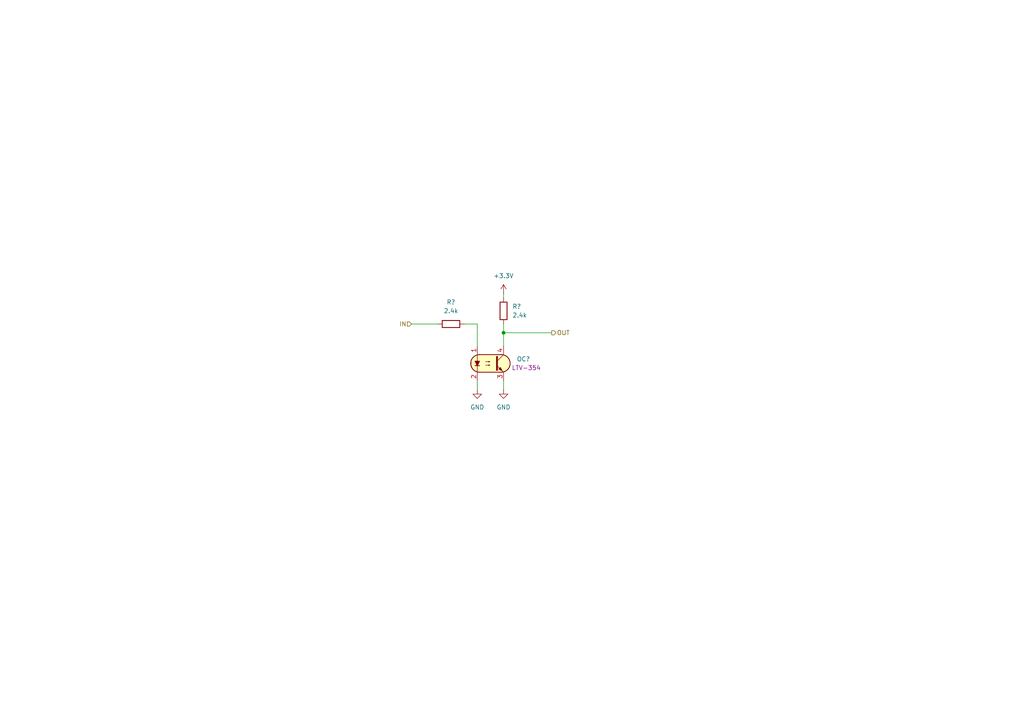
<source format=kicad_sch>
(kicad_sch
	(version 20250114)
	(generator "eeschema")
	(generator_version "9.0")
	(uuid "e17328de-3c60-4e8f-9f9b-3bd1344a1139")
	(paper "A4")
	(lib_symbols
		(symbol "Optocoupler_AKL:FOD817S"
			(pin_names
				(offset 1.016)
			)
			(exclude_from_sim no)
			(in_bom yes)
			(on_board yes)
			(property "Reference" "OC"
				(at 6.35 1.27 0)
				(effects
					(font
						(size 1.27 1.27)
					)
					(justify left)
				)
			)
			(property "Value" "FOD817S"
				(at 6.35 -1.27 0)
				(effects
					(font
						(size 1.27 1.27)
					)
					(justify left)
				)
			)
			(property "Footprint" "Package_DIP_AKL:SMDIP-4_W9.53mm"
				(at -5.08 -5.08 0)
				(effects
					(font
						(size 1.27 1.27)
						(italic yes)
					)
					(justify left)
					(hide yes)
				)
			)
			(property "Datasheet" "https://www.tme.eu/Document/3a0358906a5fcb3aa253d025de809a1d/FOD814300W.PDF"
				(at 0 0 0)
				(effects
					(font
						(size 1.27 1.27)
					)
					(justify left)
					(hide yes)
				)
			)
			(property "Description" "SMDIP-4 Optocoupler, Transistor output, 5kV, 8us, Alternate KiCAD Library"
				(at 0 0 0)
				(effects
					(font
						(size 1.27 1.27)
					)
					(hide yes)
				)
			)
			(property "ki_keywords" "NPN Optocoupler transistor output bidirectional input FOD817"
				(at 0 0 0)
				(effects
					(font
						(size 1.27 1.27)
					)
					(hide yes)
				)
			)
			(property "ki_fp_filters" "DIP*W7.62mm*"
				(at 0 0 0)
				(effects
					(font
						(size 1.27 1.27)
					)
					(hide yes)
				)
			)
			(symbol "FOD817S_0_1"
				(polyline
					(pts
						(xy -4.445 -0.635) (xy -3.175 -0.635)
					)
					(stroke
						(width 0.254)
						(type default)
					)
					(fill
						(type none)
					)
				)
				(polyline
					(pts
						(xy -3.81 -0.635) (xy -4.445 0.635) (xy -3.175 0.635) (xy -3.81 -0.635)
					)
					(stroke
						(width 0.254)
						(type default)
					)
					(fill
						(type outline)
					)
				)
				(polyline
					(pts
						(xy -3.81 -2.54) (xy -3.81 -1.27) (xy -3.81 2.54)
					)
					(stroke
						(width 0.1524)
						(type default)
					)
					(fill
						(type none)
					)
				)
				(polyline
					(pts
						(xy -3.175 2.54) (xy 3.175 2.54)
					)
					(stroke
						(width 0.254)
						(type default)
					)
					(fill
						(type none)
					)
				)
				(arc
					(start -3.1975 -2.54)
					(mid -5.7151 0)
					(end -3.1975 2.54)
					(stroke
						(width 0.254)
						(type default)
					)
					(fill
						(type none)
					)
				)
				(polyline
					(pts
						(xy -2.54 2.54) (xy 3.429 2.54) (xy 4.318 2.286) (xy 4.699 2.032) (xy 5.08 1.651) (xy 5.461 1.016)
						(xy 5.715 0.381) (xy 5.715 -0.381) (xy 5.461 -1.143) (xy 4.826 -1.905) (xy 4.191 -2.286) (xy 3.302 -2.54)
						(xy -3.81 -2.54) (xy -3.81 -2.54) (xy -4.572 -2.032) (xy -5.08 -1.778) (xy -5.588 -0.508) (xy -5.588 0.254)
						(xy -5.588 1.016) (xy -5.08 1.778) (xy -4.318 2.286) (xy -3.556 2.54) (xy -2.54 2.54)
					)
					(stroke
						(width 0.01)
						(type default)
					)
					(fill
						(type background)
					)
				)
				(polyline
					(pts
						(xy -1.397 0.508) (xy -0.127 0.508) (xy -0.508 0.381) (xy -0.508 0.635) (xy -0.127 0.508)
					)
					(stroke
						(width 0)
						(type default)
					)
					(fill
						(type none)
					)
				)
				(polyline
					(pts
						(xy -1.397 -0.508) (xy -0.127 -0.508) (xy -0.508 -0.635) (xy -0.508 -0.381) (xy -0.127 -0.508)
					)
					(stroke
						(width 0)
						(type default)
					)
					(fill
						(type none)
					)
				)
				(polyline
					(pts
						(xy 1.905 1.905) (xy 1.905 -1.905) (xy 1.905 -1.905)
					)
					(stroke
						(width 0.508)
						(type default)
					)
					(fill
						(type none)
					)
				)
				(polyline
					(pts
						(xy 1.905 0.635) (xy 3.81 2.54)
					)
					(stroke
						(width 0)
						(type default)
					)
					(fill
						(type none)
					)
				)
				(polyline
					(pts
						(xy 2.413 -1.651) (xy 2.921 -1.143) (xy 3.429 -2.159) (xy 2.413 -1.651) (xy 2.413 -1.651)
					)
					(stroke
						(width 0)
						(type default)
					)
					(fill
						(type outline)
					)
				)
				(arc
					(start 3.1975 2.54)
					(mid 5.7151 0)
					(end 3.1975 -2.54)
					(stroke
						(width 0.254)
						(type default)
					)
					(fill
						(type none)
					)
				)
				(polyline
					(pts
						(xy 3.175 -2.54) (xy -3.175 -2.54)
					)
					(stroke
						(width 0.254)
						(type default)
					)
					(fill
						(type none)
					)
				)
				(polyline
					(pts
						(xy 3.81 -2.54) (xy 1.905 -0.635)
					)
					(stroke
						(width 0)
						(type default)
					)
					(fill
						(type outline)
					)
				)
			)
			(symbol "FOD817S_1_1"
				(pin passive line
					(at -3.81 5.08 270)
					(length 2.54)
					(name "~"
						(effects
							(font
								(size 1.27 1.27)
							)
						)
					)
					(number "1"
						(effects
							(font
								(size 1.27 1.27)
							)
						)
					)
				)
				(pin passive line
					(at -3.81 -5.08 90)
					(length 2.54)
					(name "~"
						(effects
							(font
								(size 1.27 1.27)
							)
						)
					)
					(number "2"
						(effects
							(font
								(size 1.27 1.27)
							)
						)
					)
				)
				(pin passive line
					(at 3.81 5.08 270)
					(length 2.54)
					(name "~"
						(effects
							(font
								(size 1.27 1.27)
							)
						)
					)
					(number "4"
						(effects
							(font
								(size 1.27 1.27)
							)
						)
					)
				)
				(pin passive line
					(at 3.81 -5.08 90)
					(length 2.54)
					(name "~"
						(effects
							(font
								(size 1.27 1.27)
							)
						)
					)
					(number "3"
						(effects
							(font
								(size 1.27 1.27)
							)
						)
					)
				)
			)
			(embedded_fonts no)
		)
		(symbol "Resistor_AKL:R_0603"
			(pin_numbers
				(hide yes)
			)
			(pin_names
				(offset 0)
			)
			(exclude_from_sim no)
			(in_bom yes)
			(on_board yes)
			(property "Reference" "R"
				(at 2.54 1.27 0)
				(effects
					(font
						(size 1.27 1.27)
					)
					(justify left)
				)
			)
			(property "Value" "R_0603"
				(at 2.54 -1.27 0)
				(effects
					(font
						(size 1.27 1.27)
					)
					(justify left)
				)
			)
			(property "Footprint" "Resistor_SMD_AKL:R_0603_1608Metric"
				(at 0 -11.43 0)
				(effects
					(font
						(size 1.27 1.27)
					)
					(hide yes)
				)
			)
			(property "Datasheet" "~"
				(at 0 0 0)
				(effects
					(font
						(size 1.27 1.27)
					)
					(hide yes)
				)
			)
			(property "Description" "SMD 0603 Chip Resistor, European Symbol, Alternate KiCad Library"
				(at 0 0 0)
				(effects
					(font
						(size 1.27 1.27)
					)
					(hide yes)
				)
			)
			(property "ki_keywords" "R res resistor eu SMD 0603"
				(at 0 0 0)
				(effects
					(font
						(size 1.27 1.27)
					)
					(hide yes)
				)
			)
			(property "ki_fp_filters" "R_*"
				(at 0 0 0)
				(effects
					(font
						(size 1.27 1.27)
					)
					(hide yes)
				)
			)
			(symbol "R_0603_0_1"
				(rectangle
					(start -1.016 2.54)
					(end 1.016 -2.54)
					(stroke
						(width 0.254)
						(type default)
					)
					(fill
						(type none)
					)
				)
			)
			(symbol "R_0603_0_2"
				(polyline
					(pts
						(xy -2.54 -2.54) (xy -1.524 -1.524)
					)
					(stroke
						(width 0)
						(type default)
					)
					(fill
						(type none)
					)
				)
				(polyline
					(pts
						(xy 1.524 1.524) (xy 2.54 2.54)
					)
					(stroke
						(width 0)
						(type default)
					)
					(fill
						(type none)
					)
				)
				(polyline
					(pts
						(xy 1.524 1.524) (xy 0.889 2.159) (xy -2.159 -0.889) (xy -0.889 -2.159) (xy 2.159 0.889) (xy 1.524 1.524)
					)
					(stroke
						(width 0.254)
						(type default)
					)
					(fill
						(type none)
					)
				)
			)
			(symbol "R_0603_1_1"
				(pin passive line
					(at 0 3.81 270)
					(length 1.27)
					(name "~"
						(effects
							(font
								(size 1.27 1.27)
							)
						)
					)
					(number "1"
						(effects
							(font
								(size 1.27 1.27)
							)
						)
					)
				)
				(pin passive line
					(at 0 -3.81 90)
					(length 1.27)
					(name "~"
						(effects
							(font
								(size 1.27 1.27)
							)
						)
					)
					(number "2"
						(effects
							(font
								(size 1.27 1.27)
							)
						)
					)
				)
			)
			(symbol "R_0603_1_2"
				(pin passive line
					(at -2.54 -2.54 0)
					(length 0)
					(name ""
						(effects
							(font
								(size 1.27 1.27)
							)
						)
					)
					(number "2"
						(effects
							(font
								(size 1.27 1.27)
							)
						)
					)
				)
				(pin passive line
					(at 2.54 2.54 180)
					(length 0)
					(name ""
						(effects
							(font
								(size 1.27 1.27)
							)
						)
					)
					(number "1"
						(effects
							(font
								(size 1.27 1.27)
							)
						)
					)
				)
			)
			(embedded_fonts no)
		)
		(symbol "power:+3.3V"
			(power)
			(pin_numbers
				(hide yes)
			)
			(pin_names
				(offset 0)
				(hide yes)
			)
			(exclude_from_sim no)
			(in_bom yes)
			(on_board yes)
			(property "Reference" "#PWR"
				(at 0 -3.81 0)
				(effects
					(font
						(size 1.27 1.27)
					)
					(hide yes)
				)
			)
			(property "Value" "+3.3V"
				(at 0 3.556 0)
				(effects
					(font
						(size 1.27 1.27)
					)
				)
			)
			(property "Footprint" ""
				(at 0 0 0)
				(effects
					(font
						(size 1.27 1.27)
					)
					(hide yes)
				)
			)
			(property "Datasheet" ""
				(at 0 0 0)
				(effects
					(font
						(size 1.27 1.27)
					)
					(hide yes)
				)
			)
			(property "Description" "Power symbol creates a global label with name \"+3.3V\""
				(at 0 0 0)
				(effects
					(font
						(size 1.27 1.27)
					)
					(hide yes)
				)
			)
			(property "ki_keywords" "global power"
				(at 0 0 0)
				(effects
					(font
						(size 1.27 1.27)
					)
					(hide yes)
				)
			)
			(symbol "+3.3V_0_1"
				(polyline
					(pts
						(xy -0.762 1.27) (xy 0 2.54)
					)
					(stroke
						(width 0)
						(type default)
					)
					(fill
						(type none)
					)
				)
				(polyline
					(pts
						(xy 0 2.54) (xy 0.762 1.27)
					)
					(stroke
						(width 0)
						(type default)
					)
					(fill
						(type none)
					)
				)
				(polyline
					(pts
						(xy 0 0) (xy 0 2.54)
					)
					(stroke
						(width 0)
						(type default)
					)
					(fill
						(type none)
					)
				)
			)
			(symbol "+3.3V_1_1"
				(pin power_in line
					(at 0 0 90)
					(length 0)
					(name "~"
						(effects
							(font
								(size 1.27 1.27)
							)
						)
					)
					(number "1"
						(effects
							(font
								(size 1.27 1.27)
							)
						)
					)
				)
			)
			(embedded_fonts no)
		)
		(symbol "power:GND"
			(power)
			(pin_numbers
				(hide yes)
			)
			(pin_names
				(offset 0)
				(hide yes)
			)
			(exclude_from_sim no)
			(in_bom yes)
			(on_board yes)
			(property "Reference" "#PWR"
				(at 0 -6.35 0)
				(effects
					(font
						(size 1.27 1.27)
					)
					(hide yes)
				)
			)
			(property "Value" "GND"
				(at 0 -3.81 0)
				(effects
					(font
						(size 1.27 1.27)
					)
				)
			)
			(property "Footprint" ""
				(at 0 0 0)
				(effects
					(font
						(size 1.27 1.27)
					)
					(hide yes)
				)
			)
			(property "Datasheet" ""
				(at 0 0 0)
				(effects
					(font
						(size 1.27 1.27)
					)
					(hide yes)
				)
			)
			(property "Description" "Power symbol creates a global label with name \"GND\" , ground"
				(at 0 0 0)
				(effects
					(font
						(size 1.27 1.27)
					)
					(hide yes)
				)
			)
			(property "ki_keywords" "global power"
				(at 0 0 0)
				(effects
					(font
						(size 1.27 1.27)
					)
					(hide yes)
				)
			)
			(symbol "GND_0_1"
				(polyline
					(pts
						(xy 0 0) (xy 0 -1.27) (xy 1.27 -1.27) (xy 0 -2.54) (xy -1.27 -1.27) (xy 0 -1.27)
					)
					(stroke
						(width 0)
						(type default)
					)
					(fill
						(type none)
					)
				)
			)
			(symbol "GND_1_1"
				(pin power_in line
					(at 0 0 270)
					(length 0)
					(name "~"
						(effects
							(font
								(size 1.27 1.27)
							)
						)
					)
					(number "1"
						(effects
							(font
								(size 1.27 1.27)
							)
						)
					)
				)
			)
			(embedded_fonts no)
		)
	)
	(junction
		(at 146.05 96.52)
		(diameter 0)
		(color 0 0 0 0)
		(uuid "63b67d96-788f-47de-b686-d4e62af9578f")
	)
	(wire
		(pts
			(xy 146.05 96.52) (xy 160.02 96.52)
		)
		(stroke
			(width 0)
			(type default)
		)
		(uuid "21d43c11-3fbb-4132-aa4a-a309c7a91cac")
	)
	(wire
		(pts
			(xy 146.05 93.98) (xy 146.05 96.52)
		)
		(stroke
			(width 0)
			(type default)
		)
		(uuid "53757073-ab8e-46db-86b4-a746f89a9845")
	)
	(wire
		(pts
			(xy 119.38 93.98) (xy 127 93.98)
		)
		(stroke
			(width 0)
			(type default)
		)
		(uuid "72705a4c-0212-433f-9a73-753d0d7c9e8c")
	)
	(wire
		(pts
			(xy 138.43 110.49) (xy 138.43 113.03)
		)
		(stroke
			(width 0)
			(type default)
		)
		(uuid "827495f8-e851-4ebc-8f6f-6d42e746937e")
	)
	(wire
		(pts
			(xy 146.05 85.09) (xy 146.05 86.36)
		)
		(stroke
			(width 0)
			(type default)
		)
		(uuid "8beada24-d5e0-406e-afce-3adc1c1193a2")
	)
	(wire
		(pts
			(xy 134.62 93.98) (xy 138.43 93.98)
		)
		(stroke
			(width 0)
			(type default)
		)
		(uuid "9c4c0189-c6c6-4daa-a42b-de921d8be342")
	)
	(wire
		(pts
			(xy 138.43 93.98) (xy 138.43 100.33)
		)
		(stroke
			(width 0)
			(type default)
		)
		(uuid "df1c9289-e665-4713-8ca4-673806aa422f")
	)
	(wire
		(pts
			(xy 146.05 110.49) (xy 146.05 113.03)
		)
		(stroke
			(width 0)
			(type default)
		)
		(uuid "e71fdd62-d9e0-4dec-b9ac-b5cc73925783")
	)
	(wire
		(pts
			(xy 146.05 96.52) (xy 146.05 100.33)
		)
		(stroke
			(width 0)
			(type default)
		)
		(uuid "e821c1f0-3c7f-4681-a297-daa8b5afc2f4")
	)
	(hierarchical_label "IN"
		(shape input)
		(at 119.38 93.98 180)
		(effects
			(font
				(size 1.27 1.27)
			)
			(justify right)
		)
		(uuid "5e875591-eac6-45f8-ad12-9b3d3d9e7dd3")
	)
	(hierarchical_label "OUT"
		(shape output)
		(at 160.02 96.52 0)
		(effects
			(font
				(size 1.27 1.27)
			)
			(justify left)
		)
		(uuid "ee2d0e24-4f6c-4969-a990-c146e5f6caea")
	)
	(symbol
		(lib_id "Resistor_AKL:R_0603")
		(at 130.81 93.98 90)
		(unit 1)
		(exclude_from_sim no)
		(in_bom yes)
		(on_board yes)
		(dnp no)
		(fields_autoplaced yes)
		(uuid "54497061-cc5d-47e4-b2a1-320d090bec8c")
		(property "Reference" "R?"
			(at 130.81 87.63 90)
			(effects
				(font
					(size 1.27 1.27)
				)
			)
		)
		(property "Value" "2.4k"
			(at 130.81 90.17 90)
			(effects
				(font
					(size 1.27 1.27)
				)
			)
		)
		(property "Footprint" "Resistor_SMD_AKL:R_0603_1608Metric"
			(at 142.24 93.98 0)
			(effects
				(font
					(size 1.27 1.27)
				)
				(hide yes)
			)
		)
		(property "Datasheet" "~"
			(at 130.81 93.98 0)
			(effects
				(font
					(size 1.27 1.27)
				)
				(hide yes)
			)
		)
		(property "Description" "SMD 0603 Chip Resistor, European Symbol, Alternate KiCad Library"
			(at 130.81 93.98 0)
			(effects
				(font
					(size 1.27 1.27)
				)
				(hide yes)
			)
		)
		(pin "2"
			(uuid "0593658a-b9c7-4e76-bd69-4189bef54168")
		)
		(pin "1"
			(uuid "160f879f-9263-4b56-b0fd-10081c7d9a90")
		)
		(instances
			(project "PLC4UNI Richard"
				(path "/e17328de-3c60-4e8f-9f9b-3bd1344a1139"
					(reference "R?")
					(unit 1)
				)
			)
		)
	)
	(symbol
		(lib_id "power:GND")
		(at 138.43 113.03 0)
		(unit 1)
		(exclude_from_sim no)
		(in_bom yes)
		(on_board yes)
		(dnp no)
		(fields_autoplaced yes)
		(uuid "593b07f8-1087-4de3-97e7-407ec2cb9c89")
		(property "Reference" "#PWR?"
			(at 138.43 119.38 0)
			(effects
				(font
					(size 1.27 1.27)
				)
				(hide yes)
			)
		)
		(property "Value" "GND"
			(at 138.43 118.11 0)
			(effects
				(font
					(size 1.27 1.27)
				)
			)
		)
		(property "Footprint" ""
			(at 138.43 113.03 0)
			(effects
				(font
					(size 1.27 1.27)
				)
				(hide yes)
			)
		)
		(property "Datasheet" ""
			(at 138.43 113.03 0)
			(effects
				(font
					(size 1.27 1.27)
				)
				(hide yes)
			)
		)
		(property "Description" "Power symbol creates a global label with name \"GND\" , ground"
			(at 138.43 113.03 0)
			(effects
				(font
					(size 1.27 1.27)
				)
				(hide yes)
			)
		)
		(pin "1"
			(uuid "a1335ff2-986c-4f69-982d-5fa1f3157e70")
		)
		(instances
			(project "PLC4UNI Richard"
				(path "/e17328de-3c60-4e8f-9f9b-3bd1344a1139"
					(reference "#PWR?")
					(unit 1)
				)
			)
		)
	)
	(symbol
		(lib_id "Optocoupler_AKL:FOD817S")
		(at 142.24 105.41 0)
		(unit 1)
		(exclude_from_sim no)
		(in_bom yes)
		(on_board yes)
		(dnp no)
		(uuid "5c8920d1-ab0d-4af3-9409-221f8020e61c")
		(property "Reference" "OC?"
			(at 149.86 104.1399 0)
			(effects
				(font
					(size 1.27 1.27)
				)
				(justify left)
			)
		)
		(property "Value" "FOD817S"
			(at 149.86 106.6799 0)
			(effects
				(font
					(size 1.27 1.27)
				)
				(justify left)
				(hide yes)
			)
		)
		(property "Footprint" "Package_DIP_AKL:SMDIP-4_W9.53mm"
			(at 137.16 110.49 0)
			(effects
				(font
					(size 1.27 1.27)
					(italic yes)
				)
				(justify left)
				(hide yes)
			)
		)
		(property "Datasheet" "https://www.tme.eu/Document/3a0358906a5fcb3aa253d025de809a1d/FOD814300W.PDF"
			(at 142.24 105.41 0)
			(effects
				(font
					(size 1.27 1.27)
				)
				(justify left)
				(hide yes)
			)
		)
		(property "Description" "SMDIP-4 Optocoupler, Transistor output, 5kV, 8us, Alternate KiCAD Library"
			(at 142.24 105.41 0)
			(effects
				(font
					(size 1.27 1.27)
				)
				(hide yes)
			)
		)
		(property "Part Number" "LTV-354"
			(at 152.654 106.68 0)
			(effects
				(font
					(size 1.27 1.27)
				)
			)
		)
		(pin "3"
			(uuid "943ab094-2e81-40b5-b241-7ecdce1b5d97")
		)
		(pin "4"
			(uuid "467238f4-bede-422c-ad5f-53518acd1343")
		)
		(pin "2"
			(uuid "b0661235-c5b7-4f64-aa5c-8d01689d34fd")
		)
		(pin "1"
			(uuid "874b6ee3-d6a0-4c14-ac7b-a84496abbe43")
		)
		(instances
			(project "PLC4UNI Richard"
				(path "/e17328de-3c60-4e8f-9f9b-3bd1344a1139"
					(reference "OC?")
					(unit 1)
				)
			)
		)
	)
	(symbol
		(lib_id "power:+3.3V")
		(at 146.05 85.09 0)
		(unit 1)
		(exclude_from_sim no)
		(in_bom yes)
		(on_board yes)
		(dnp no)
		(fields_autoplaced yes)
		(uuid "a960befb-6ffe-4918-a70f-982f989b3ed5")
		(property "Reference" "#PWR?"
			(at 146.05 88.9 0)
			(effects
				(font
					(size 1.27 1.27)
				)
				(hide yes)
			)
		)
		(property "Value" "+3.3V"
			(at 146.05 80.01 0)
			(effects
				(font
					(size 1.27 1.27)
				)
			)
		)
		(property "Footprint" ""
			(at 146.05 85.09 0)
			(effects
				(font
					(size 1.27 1.27)
				)
				(hide yes)
			)
		)
		(property "Datasheet" ""
			(at 146.05 85.09 0)
			(effects
				(font
					(size 1.27 1.27)
				)
				(hide yes)
			)
		)
		(property "Description" "Power symbol creates a global label with name \"+3.3V\""
			(at 146.05 85.09 0)
			(effects
				(font
					(size 1.27 1.27)
				)
				(hide yes)
			)
		)
		(pin "1"
			(uuid "9a140e2d-ddba-44e2-a1a1-c0a38f15fbb5")
		)
		(instances
			(project "PLC4UNI Richard"
				(path "/e17328de-3c60-4e8f-9f9b-3bd1344a1139"
					(reference "#PWR?")
					(unit 1)
				)
			)
		)
	)
	(symbol
		(lib_id "power:GND")
		(at 146.05 113.03 0)
		(unit 1)
		(exclude_from_sim no)
		(in_bom yes)
		(on_board yes)
		(dnp no)
		(fields_autoplaced yes)
		(uuid "ba96c278-131e-4a9c-b99e-f03769cb803f")
		(property "Reference" "#PWR?"
			(at 146.05 119.38 0)
			(effects
				(font
					(size 1.27 1.27)
				)
				(hide yes)
			)
		)
		(property "Value" "GND"
			(at 146.05 118.11 0)
			(effects
				(font
					(size 1.27 1.27)
				)
			)
		)
		(property "Footprint" ""
			(at 146.05 113.03 0)
			(effects
				(font
					(size 1.27 1.27)
				)
				(hide yes)
			)
		)
		(property "Datasheet" ""
			(at 146.05 113.03 0)
			(effects
				(font
					(size 1.27 1.27)
				)
				(hide yes)
			)
		)
		(property "Description" "Power symbol creates a global label with name \"GND\" , ground"
			(at 146.05 113.03 0)
			(effects
				(font
					(size 1.27 1.27)
				)
				(hide yes)
			)
		)
		(pin "1"
			(uuid "899152ac-fb7c-4f85-9cfc-be4f38e448dd")
		)
		(instances
			(project "PLC4UNI Richard"
				(path "/e17328de-3c60-4e8f-9f9b-3bd1344a1139"
					(reference "#PWR?")
					(unit 1)
				)
			)
		)
	)
	(symbol
		(lib_id "Resistor_AKL:R_0603")
		(at 146.05 90.17 180)
		(unit 1)
		(exclude_from_sim no)
		(in_bom yes)
		(on_board yes)
		(dnp no)
		(fields_autoplaced yes)
		(uuid "e67e5d28-6f2e-4681-acaf-821307b2bba6")
		(property "Reference" "R?"
			(at 148.59 88.8999 0)
			(effects
				(font
					(size 1.27 1.27)
				)
				(justify right)
			)
		)
		(property "Value" "2.4k"
			(at 148.59 91.4399 0)
			(effects
				(font
					(size 1.27 1.27)
				)
				(justify right)
			)
		)
		(property "Footprint" "Resistor_SMD_AKL:R_0603_1608Metric"
			(at 146.05 78.74 0)
			(effects
				(font
					(size 1.27 1.27)
				)
				(hide yes)
			)
		)
		(property "Datasheet" "~"
			(at 146.05 90.17 0)
			(effects
				(font
					(size 1.27 1.27)
				)
				(hide yes)
			)
		)
		(property "Description" "SMD 0603 Chip Resistor, European Symbol, Alternate KiCad Library"
			(at 146.05 90.17 0)
			(effects
				(font
					(size 1.27 1.27)
				)
				(hide yes)
			)
		)
		(pin "2"
			(uuid "404885d0-e062-46c3-99b8-b6734d5d89a9")
		)
		(pin "1"
			(uuid "074ce8f7-806e-4b37-9308-af5538d9171d")
		)
		(instances
			(project "PLC4UNI Richard"
				(path "/e17328de-3c60-4e8f-9f9b-3bd1344a1139"
					(reference "R?")
					(unit 1)
				)
			)
		)
	)
	(sheet_instances
		(path "/"
			(page "1")
		)
	)
	(embedded_fonts no)
)

</source>
